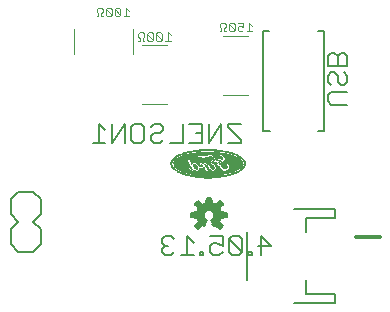
<source format=gbo>
G75*
G70*
%OFA0B0*%
%FSLAX24Y24*%
%IPPOS*%
%LPD*%
%AMOC8*
5,1,8,0,0,1.08239X$1,22.5*
%
%ADD10C,0.0060*%
%ADD11R,0.0240X0.0010*%
%ADD12R,0.0550X0.0010*%
%ADD13R,0.0710X0.0010*%
%ADD14R,0.0860X0.0010*%
%ADD15R,0.1010X0.0010*%
%ADD16R,0.0450X0.0010*%
%ADD17R,0.0340X0.0010*%
%ADD18R,0.0300X0.0010*%
%ADD19R,0.0310X0.0010*%
%ADD20R,0.0270X0.0010*%
%ADD21R,0.0250X0.0010*%
%ADD22R,0.0540X0.0010*%
%ADD23R,0.0210X0.0010*%
%ADD24R,0.0690X0.0010*%
%ADD25R,0.0170X0.0010*%
%ADD26R,0.0830X0.0010*%
%ADD27R,0.0180X0.0010*%
%ADD28R,0.0150X0.0010*%
%ADD29R,0.0970X0.0010*%
%ADD30R,0.0160X0.0010*%
%ADD31R,0.1100X0.0010*%
%ADD32R,0.1230X0.0010*%
%ADD33R,0.0140X0.0010*%
%ADD34R,0.1330X0.0010*%
%ADD35R,0.1390X0.0010*%
%ADD36R,0.0130X0.0010*%
%ADD37R,0.1470X0.0010*%
%ADD38R,0.0120X0.0010*%
%ADD39R,0.1560X0.0010*%
%ADD40R,0.0110X0.0010*%
%ADD41R,0.1610X0.0010*%
%ADD42R,0.0100X0.0010*%
%ADD43R,0.1670X0.0010*%
%ADD44R,0.1720X0.0010*%
%ADD45R,0.1770X0.0010*%
%ADD46R,0.0090X0.0010*%
%ADD47R,0.1810X0.0010*%
%ADD48R,0.0080X0.0010*%
%ADD49R,0.0260X0.0010*%
%ADD50R,0.0400X0.0010*%
%ADD51R,0.0230X0.0010*%
%ADD52R,0.0050X0.0010*%
%ADD53R,0.0070X0.0010*%
%ADD54R,0.0320X0.0010*%
%ADD55R,0.0010X0.0010*%
%ADD56R,0.0040X0.0010*%
%ADD57R,0.0330X0.0010*%
%ADD58R,0.0020X0.0010*%
%ADD59R,0.0200X0.0010*%
%ADD60R,0.0030X0.0010*%
%ADD61R,0.0410X0.0010*%
%ADD62R,0.0060X0.0010*%
%ADD63R,0.0420X0.0010*%
%ADD64R,0.0360X0.0010*%
%ADD65R,0.0370X0.0010*%
%ADD66R,0.0380X0.0010*%
%ADD67R,0.0430X0.0010*%
%ADD68R,0.0390X0.0010*%
%ADD69R,0.0440X0.0010*%
%ADD70R,0.0190X0.0010*%
%ADD71R,0.0560X0.0010*%
%ADD72R,0.0220X0.0010*%
%ADD73R,0.0460X0.0010*%
%ADD74R,0.0470X0.0010*%
%ADD75R,0.0490X0.0010*%
%ADD76R,0.0500X0.0010*%
%ADD77R,0.0510X0.0010*%
%ADD78R,0.0520X0.0010*%
%ADD79R,0.0530X0.0010*%
%ADD80R,0.0750X0.0010*%
%ADD81R,0.0740X0.0010*%
%ADD82R,0.0730X0.0010*%
%ADD83R,0.0840X0.0010*%
%ADD84R,0.0670X0.0010*%
%ADD85R,0.0650X0.0010*%
%ADD86R,0.0480X0.0010*%
%ADD87R,0.0620X0.0010*%
%ADD88R,0.0700X0.0010*%
%ADD89R,0.0610X0.0010*%
%ADD90R,0.0590X0.0010*%
%ADD91R,0.0580X0.0010*%
%ADD92R,0.1140X0.0010*%
%ADD93R,0.1130X0.0010*%
%ADD94R,0.1200X0.0010*%
%ADD95R,0.0780X0.0010*%
%ADD96R,0.0290X0.0010*%
%ADD97R,0.0640X0.0010*%
%ADD98R,0.0570X0.0010*%
%ADD99R,0.0280X0.0010*%
%ADD100R,0.0350X0.0010*%
%ADD101R,0.0850X0.0010*%
%ADD102R,0.0880X0.0010*%
%ADD103R,0.0900X0.0010*%
%ADD104R,0.1240X0.0010*%
%ADD105R,0.1110X0.0010*%
%ADD106R,0.0870X0.0010*%
%ADD107R,0.0720X0.0010*%
%ADD108C,0.0030*%
%ADD109C,0.0059*%
%ADD110C,0.0080*%
%ADD111C,0.0120*%
%ADD112C,0.0050*%
%ADD113C,0.0040*%
D10*
X025834Y025383D02*
X025941Y025276D01*
X026155Y025276D01*
X026261Y025383D01*
X026479Y025276D02*
X026906Y025276D01*
X026692Y025276D02*
X026692Y025917D01*
X026906Y025703D01*
X027121Y025383D02*
X027121Y025276D01*
X027228Y025276D01*
X027228Y025383D01*
X027121Y025383D01*
X027446Y025383D02*
X027552Y025276D01*
X027766Y025276D01*
X027873Y025383D01*
X027873Y025596D02*
X027659Y025703D01*
X027552Y025703D01*
X027446Y025596D01*
X027446Y025383D01*
X027873Y025596D02*
X027873Y025917D01*
X027446Y025917D01*
X028090Y025810D02*
X028090Y025383D01*
X028197Y025276D01*
X028410Y025276D01*
X028517Y025383D01*
X028090Y025810D01*
X028197Y025917D01*
X028410Y025917D01*
X028517Y025810D01*
X028517Y025383D01*
X028733Y025383D02*
X028733Y025276D01*
X028839Y025276D01*
X028839Y025383D01*
X028733Y025383D01*
X029057Y025596D02*
X029484Y025596D01*
X029164Y025917D01*
X029164Y025276D01*
X026261Y025810D02*
X026155Y025917D01*
X025941Y025917D01*
X025834Y025810D01*
X025834Y025703D01*
X025941Y025596D01*
X025834Y025489D01*
X025834Y025383D01*
X025941Y025596D02*
X026048Y025596D01*
X026113Y029026D02*
X026540Y029026D01*
X026540Y029667D01*
X026758Y029667D02*
X027185Y029667D01*
X027185Y029026D01*
X026758Y029026D01*
X026971Y029346D02*
X027185Y029346D01*
X027402Y029026D02*
X027402Y029667D01*
X027829Y029667D02*
X027402Y029026D01*
X027829Y029026D02*
X027829Y029667D01*
X028047Y029667D02*
X028047Y029560D01*
X028474Y029133D01*
X028474Y029026D01*
X028047Y029026D01*
X028047Y029667D02*
X028474Y029667D01*
X025896Y029560D02*
X025896Y029453D01*
X025789Y029346D01*
X025576Y029346D01*
X025469Y029239D01*
X025469Y029133D01*
X025576Y029026D01*
X025789Y029026D01*
X025896Y029133D01*
X025896Y029560D02*
X025789Y029667D01*
X025576Y029667D01*
X025469Y029560D01*
X025251Y029560D02*
X025251Y029133D01*
X025145Y029026D01*
X024931Y029026D01*
X024824Y029133D01*
X024824Y029560D01*
X024931Y029667D01*
X025145Y029667D01*
X025251Y029560D01*
X024607Y029667D02*
X024607Y029026D01*
X024180Y029026D02*
X024180Y029667D01*
X023962Y029453D02*
X023749Y029667D01*
X023749Y029026D01*
X023962Y029026D02*
X023535Y029026D01*
X024180Y029026D02*
X024607Y029667D01*
X031380Y030407D02*
X031380Y030620D01*
X031487Y030727D01*
X032021Y030727D01*
X031914Y030945D02*
X031807Y030945D01*
X031700Y031051D01*
X031700Y031265D01*
X031594Y031372D01*
X031487Y031372D01*
X031380Y031265D01*
X031380Y031051D01*
X031487Y030945D01*
X031914Y030945D02*
X032021Y031051D01*
X032021Y031265D01*
X031914Y031372D01*
X032021Y031589D02*
X032021Y031909D01*
X031914Y032016D01*
X031807Y032016D01*
X031700Y031909D01*
X031700Y031589D01*
X031380Y031589D02*
X031380Y031909D01*
X031487Y032016D01*
X031594Y032016D01*
X031700Y031909D01*
X031380Y031589D02*
X032021Y031589D01*
X032021Y030300D02*
X031487Y030300D01*
X031380Y030407D01*
D11*
X027899Y028276D03*
X027889Y028286D03*
X027389Y027836D03*
D12*
X027394Y027846D03*
X026514Y028266D03*
X026504Y028286D03*
X026504Y028296D03*
X027394Y028696D03*
D13*
X027394Y027856D03*
D14*
X027389Y027866D03*
D15*
X027394Y027876D03*
X027394Y028746D03*
D16*
X026814Y028596D03*
X026484Y028406D03*
X026494Y028206D03*
X027044Y027886D03*
X027734Y027886D03*
X028314Y028246D03*
X028164Y028516D03*
D17*
X027959Y028616D03*
X028249Y028126D03*
X027839Y027896D03*
X026939Y027896D03*
D18*
X027749Y028076D03*
X027899Y027906D03*
X027719Y028536D03*
X027709Y028546D03*
D19*
X028164Y028076D03*
X028184Y028086D03*
X026884Y027906D03*
D20*
X026824Y027916D03*
X027954Y027916D03*
D21*
X028014Y027926D03*
X027754Y028086D03*
X027394Y028786D03*
X026764Y027926D03*
D22*
X026499Y028306D03*
X026769Y028566D03*
X027389Y027926D03*
X028219Y028436D03*
X028289Y028326D03*
D23*
X027924Y028236D03*
X027864Y028306D03*
X027854Y028316D03*
X027854Y028326D03*
X027744Y028096D03*
X028064Y027936D03*
X027194Y028096D03*
X027194Y028106D03*
X026714Y027936D03*
X026784Y028706D03*
X027994Y028706D03*
D24*
X027394Y028686D03*
X027114Y028446D03*
X027114Y028436D03*
X027124Y028426D03*
X027124Y028416D03*
X026754Y028526D03*
X027394Y027936D03*
D25*
X027194Y028136D03*
X027194Y028146D03*
X027204Y028586D03*
X026664Y028676D03*
X027944Y028196D03*
X028114Y027946D03*
X028114Y028676D03*
D26*
X027394Y028676D03*
X027394Y027946D03*
D27*
X027199Y028126D03*
X026669Y027946D03*
D28*
X026594Y027966D03*
X026964Y028216D03*
X026594Y028656D03*
X027454Y028526D03*
X027584Y028366D03*
X028154Y028666D03*
X028184Y028656D03*
X028214Y028646D03*
X028244Y028636D03*
X028244Y027986D03*
X028214Y027976D03*
X028184Y027966D03*
X028154Y027956D03*
D29*
X027394Y027956D03*
X027394Y028666D03*
D30*
X027189Y028156D03*
X026629Y027956D03*
X026629Y028666D03*
D31*
X027389Y027966D03*
D32*
X027394Y027976D03*
D33*
X027459Y028076D03*
X027529Y028196D03*
X027519Y028206D03*
X027519Y028216D03*
X027519Y028226D03*
X027599Y028336D03*
X027949Y028186D03*
X028269Y027996D03*
X028289Y028006D03*
X026979Y028186D03*
X026969Y028206D03*
X026959Y028226D03*
X026959Y028236D03*
X026569Y027976D03*
X026539Y027986D03*
X026539Y028636D03*
X026569Y028646D03*
D34*
X027394Y028636D03*
X027394Y027986D03*
D35*
X027394Y027996D03*
D36*
X027444Y028086D03*
X027534Y028176D03*
X027534Y028186D03*
X027514Y028236D03*
X027504Y028246D03*
X027504Y028256D03*
X027614Y028326D03*
X027784Y028106D03*
X028274Y028626D03*
X027044Y028336D03*
X026954Y028246D03*
X026974Y028196D03*
X026984Y028176D03*
X026514Y027996D03*
X026494Y028006D03*
D37*
X027394Y028006D03*
D38*
X027539Y028166D03*
X027499Y028266D03*
X027629Y028316D03*
X027729Y028166D03*
X027779Y028116D03*
X027959Y028176D03*
X027819Y028486D03*
X027819Y028496D03*
X027819Y028506D03*
X027669Y028506D03*
X027139Y028246D03*
X026989Y028166D03*
X026949Y028256D03*
X026939Y028266D03*
X026469Y028016D03*
X026449Y028026D03*
X026509Y028626D03*
X028309Y028016D03*
D39*
X027389Y028016D03*
D40*
X027434Y028096D03*
X027424Y028106D03*
X027544Y028156D03*
X027694Y028226D03*
X027704Y028206D03*
X027714Y028196D03*
X027724Y028176D03*
X027734Y028156D03*
X027744Y028146D03*
X027634Y028306D03*
X027734Y028406D03*
X027684Y028476D03*
X027674Y028496D03*
X027824Y028476D03*
X027464Y028536D03*
X027374Y028336D03*
X027144Y028236D03*
X026994Y028156D03*
X028334Y028026D03*
X028304Y028616D03*
D41*
X027394Y028026D03*
D42*
X027549Y028146D03*
X027499Y028276D03*
X027649Y028296D03*
X027659Y028286D03*
X027669Y028266D03*
X027689Y028236D03*
X027699Y028216D03*
X027719Y028186D03*
X027759Y028136D03*
X027769Y028126D03*
X027959Y028166D03*
X027719Y028426D03*
X027709Y028436D03*
X027699Y028446D03*
X027689Y028456D03*
X027689Y028466D03*
X027679Y028486D03*
X027149Y028226D03*
X027049Y028326D03*
X026939Y028276D03*
X026959Y028076D03*
X026429Y028036D03*
X026409Y028046D03*
X026359Y028556D03*
X026379Y028566D03*
X026399Y028576D03*
X026419Y028586D03*
X026439Y028596D03*
X026459Y028606D03*
X026479Y028616D03*
X028329Y028606D03*
X028409Y028566D03*
X028429Y028556D03*
X028399Y028056D03*
X028379Y028046D03*
X028359Y028036D03*
D43*
X027394Y028036D03*
D44*
X027389Y028046D03*
D45*
X027394Y028056D03*
D46*
X027414Y028116D03*
X027404Y028126D03*
X027394Y028136D03*
X027394Y028146D03*
X027384Y028156D03*
X027374Y028326D03*
X027664Y028276D03*
X027674Y028256D03*
X027684Y028246D03*
X027724Y028416D03*
X027834Y028466D03*
X028344Y028596D03*
X028364Y028586D03*
X028384Y028576D03*
X028444Y028546D03*
X028434Y028076D03*
X028414Y028066D03*
X027004Y028146D03*
X026934Y028286D03*
X026384Y028056D03*
D47*
X027394Y028066D03*
D48*
X027379Y028166D03*
X027369Y028176D03*
X027359Y028186D03*
X027359Y028196D03*
X027349Y028206D03*
X027489Y028286D03*
X027579Y028416D03*
X027769Y028396D03*
X027839Y028456D03*
X027549Y028136D03*
X027049Y028316D03*
X027009Y028136D03*
X026799Y028186D03*
X026799Y028196D03*
X026789Y028206D03*
X026369Y028066D03*
X026349Y028076D03*
X026299Y028106D03*
X026319Y028536D03*
X026339Y028546D03*
X028459Y028536D03*
X028479Y028106D03*
X028469Y028096D03*
X028449Y028086D03*
D49*
X027879Y028726D03*
X027419Y028506D03*
X027179Y028076D03*
X026899Y028726D03*
D50*
X026489Y028436D03*
X026599Y028106D03*
X026619Y028096D03*
X026639Y028086D03*
X026659Y028076D03*
D51*
X027194Y028086D03*
X027874Y028296D03*
X027904Y028266D03*
X027934Y028716D03*
X026844Y028716D03*
D52*
X027064Y028286D03*
X027074Y028276D03*
X027234Y028176D03*
X027324Y028246D03*
X027314Y028266D03*
X027384Y028296D03*
X027554Y028466D03*
X027544Y028476D03*
X027814Y028376D03*
X028584Y028416D03*
X028594Y028396D03*
X028604Y028376D03*
X028604Y028366D03*
X028614Y028346D03*
X028614Y028336D03*
X028614Y028296D03*
X028614Y028286D03*
X028614Y028276D03*
X028604Y028256D03*
X028604Y028246D03*
X028594Y028226D03*
X028584Y028206D03*
X026944Y028086D03*
X026194Y028206D03*
X026184Y028226D03*
X026174Y028246D03*
X026174Y028256D03*
X026164Y028276D03*
X026164Y028286D03*
X026164Y028296D03*
X026164Y028306D03*
X026164Y028316D03*
X026164Y028326D03*
X026164Y028336D03*
X026164Y028346D03*
X026174Y028366D03*
X026174Y028376D03*
X026184Y028396D03*
X026194Y028416D03*
D53*
X026304Y028526D03*
X026274Y028126D03*
X026284Y028116D03*
X026314Y028096D03*
X026334Y028086D03*
X026814Y028176D03*
X027054Y028306D03*
X027154Y028216D03*
X027224Y028166D03*
X027334Y028226D03*
X027344Y028216D03*
X027374Y028316D03*
X027554Y028376D03*
X027574Y028426D03*
X027464Y028546D03*
X028474Y028526D03*
X028504Y028126D03*
X028494Y028116D03*
D54*
X028219Y028106D03*
X028199Y028096D03*
X027229Y028596D03*
D55*
X027214Y028306D03*
X027184Y028276D03*
X027394Y028266D03*
X027464Y028316D03*
X027464Y028326D03*
X027614Y028406D03*
X027654Y028126D03*
X026934Y028096D03*
X026854Y028296D03*
X026854Y028306D03*
D56*
X026859Y028326D03*
X026839Y028136D03*
X027079Y028266D03*
X027089Y028256D03*
X027299Y028276D03*
X027499Y028426D03*
X027499Y028436D03*
X027499Y028446D03*
X027469Y028556D03*
X027669Y028596D03*
X027849Y028446D03*
X027739Y028356D03*
X027669Y028106D03*
X027969Y028156D03*
X028619Y028306D03*
X028619Y028316D03*
X028619Y028326D03*
D57*
X028234Y028116D03*
D58*
X027659Y028116D03*
X027389Y028276D03*
X027239Y028196D03*
X027189Y028266D03*
X027209Y028316D03*
X027119Y028166D03*
X027489Y028466D03*
D59*
X027199Y028116D03*
X027929Y028216D03*
X027929Y028226D03*
X028039Y028696D03*
X026739Y028696D03*
D60*
X026854Y028316D03*
X026854Y028126D03*
X027014Y028116D03*
X027154Y028206D03*
X027184Y028256D03*
X027204Y028326D03*
X027294Y028286D03*
X027384Y028286D03*
X027474Y028306D03*
X027464Y028336D03*
X027504Y028416D03*
X027494Y028456D03*
X027234Y028186D03*
D61*
X026584Y028116D03*
X028124Y028546D03*
X028304Y028196D03*
D62*
X028519Y028136D03*
X028529Y028146D03*
X028539Y028156D03*
X028549Y028166D03*
X028559Y028176D03*
X028569Y028186D03*
X028579Y028196D03*
X028589Y028216D03*
X028599Y028236D03*
X028609Y028266D03*
X028609Y028356D03*
X028599Y028386D03*
X028589Y028406D03*
X028579Y028426D03*
X028569Y028436D03*
X028559Y028446D03*
X028549Y028456D03*
X028539Y028466D03*
X028529Y028476D03*
X028519Y028486D03*
X028509Y028496D03*
X028499Y028506D03*
X028489Y028516D03*
X027789Y028386D03*
X027759Y028346D03*
X027769Y028336D03*
X027569Y028436D03*
X027569Y028446D03*
X027559Y028456D03*
X027539Y028486D03*
X027479Y028296D03*
X027379Y028306D03*
X027319Y028256D03*
X027329Y028236D03*
X027209Y028336D03*
X027059Y028296D03*
X026929Y028296D03*
X026859Y028336D03*
X026819Y028166D03*
X026829Y028156D03*
X026829Y028146D03*
X027009Y028126D03*
X027549Y028126D03*
X026259Y028136D03*
X026249Y028146D03*
X026239Y028156D03*
X026229Y028166D03*
X026219Y028176D03*
X026209Y028186D03*
X026199Y028196D03*
X026189Y028216D03*
X026179Y028236D03*
X026169Y028266D03*
X026169Y028356D03*
X026179Y028386D03*
X026189Y028406D03*
X026199Y028426D03*
X026209Y028436D03*
X026219Y028446D03*
X026229Y028456D03*
X026239Y028466D03*
X026249Y028476D03*
X026259Y028486D03*
X026269Y028496D03*
X026279Y028506D03*
X026289Y028516D03*
D63*
X026489Y028426D03*
X026539Y028146D03*
X026559Y028136D03*
X026569Y028126D03*
X028139Y028536D03*
X028309Y028216D03*
X028309Y028206D03*
D64*
X028259Y028136D03*
X028069Y028576D03*
X027909Y028626D03*
X026999Y028736D03*
D65*
X026494Y028456D03*
X027784Y028736D03*
X028274Y028146D03*
D66*
X028279Y028156D03*
X028289Y028166D03*
X028289Y028176D03*
X028089Y028566D03*
X027479Y028346D03*
D67*
X027034Y028346D03*
X026534Y028156D03*
X026524Y028166D03*
X026514Y028176D03*
X026484Y028416D03*
X028314Y028226D03*
D68*
X028294Y028186D03*
X028104Y028556D03*
X026494Y028446D03*
D69*
X026499Y028196D03*
X026509Y028186D03*
X028149Y028526D03*
X028309Y028236D03*
D70*
X027934Y028206D03*
X027684Y028586D03*
X028074Y028686D03*
X026704Y028686D03*
D71*
X026509Y028276D03*
X026519Y028256D03*
X026529Y028246D03*
X026529Y028236D03*
X026539Y028226D03*
X026539Y028216D03*
X028229Y028426D03*
D72*
X027919Y028246D03*
X027909Y028256D03*
X027429Y028516D03*
D73*
X026489Y028396D03*
X028179Y028506D03*
X028319Y028256D03*
D74*
X028314Y028266D03*
X026484Y028386D03*
D75*
X026484Y028366D03*
X028194Y028486D03*
X028314Y028276D03*
D76*
X028309Y028286D03*
X026489Y028356D03*
D77*
X026784Y028576D03*
X028204Y028476D03*
X028304Y028296D03*
D78*
X028299Y028306D03*
X028209Y028466D03*
X026489Y028346D03*
X026489Y028336D03*
D79*
X026494Y028326D03*
X026494Y028316D03*
X028214Y028446D03*
X028214Y028456D03*
X028294Y028316D03*
D80*
X028184Y028336D03*
X028174Y028366D03*
D81*
X028189Y028346D03*
D82*
X028184Y028356D03*
X026754Y028516D03*
D83*
X027239Y028356D03*
D84*
X027144Y028366D03*
X027144Y028376D03*
D85*
X028214Y028376D03*
D86*
X028189Y028496D03*
X026799Y028586D03*
X026489Y028376D03*
D87*
X028219Y028386D03*
D88*
X027149Y028386D03*
X027149Y028396D03*
X027139Y028406D03*
X027109Y028456D03*
D89*
X026764Y028546D03*
X028224Y028396D03*
D90*
X028224Y028406D03*
D91*
X028229Y028416D03*
D92*
X026889Y028466D03*
D93*
X026894Y028476D03*
X026914Y028486D03*
D94*
X026959Y028496D03*
D95*
X026769Y028506D03*
D96*
X027694Y028556D03*
X027724Y028526D03*
X027734Y028516D03*
D97*
X026759Y028536D03*
D98*
X026764Y028556D03*
X027394Y028776D03*
D99*
X027659Y028576D03*
X027679Y028566D03*
D100*
X027994Y028606D03*
X028024Y028596D03*
X028054Y028586D03*
D101*
X027034Y028606D03*
D102*
X027089Y028616D03*
D103*
X027149Y028626D03*
D104*
X027389Y028646D03*
D105*
X027394Y028656D03*
D106*
X027394Y028756D03*
D107*
X027389Y028766D03*
D108*
X026138Y032419D02*
X025944Y032419D01*
X026041Y032419D02*
X026041Y032709D01*
X026138Y032613D01*
X025843Y032661D02*
X025843Y032467D01*
X025649Y032661D01*
X025649Y032467D01*
X025698Y032419D01*
X025795Y032419D01*
X025843Y032467D01*
X025843Y032661D02*
X025795Y032709D01*
X025698Y032709D01*
X025649Y032661D01*
X025548Y032661D02*
X025548Y032467D01*
X025355Y032661D01*
X025355Y032467D01*
X025403Y032419D01*
X025500Y032419D01*
X025548Y032467D01*
X025548Y032661D02*
X025500Y032709D01*
X025403Y032709D01*
X025355Y032661D01*
X025254Y032661D02*
X025205Y032709D01*
X025109Y032709D01*
X025060Y032661D01*
X025060Y032564D01*
X025109Y032516D01*
X025109Y032419D01*
X025060Y032419D01*
X025205Y032419D02*
X025205Y032516D01*
X025254Y032564D01*
X025254Y032661D01*
X025254Y032419D02*
X025205Y032419D01*
X024761Y033241D02*
X024567Y033241D01*
X024664Y033241D02*
X024664Y033531D01*
X024761Y033434D01*
X024466Y033483D02*
X024418Y033531D01*
X024321Y033531D01*
X024273Y033483D01*
X024466Y033289D01*
X024418Y033241D01*
X024321Y033241D01*
X024273Y033289D01*
X024273Y033483D01*
X024172Y033483D02*
X024123Y033531D01*
X024027Y033531D01*
X023978Y033483D01*
X024172Y033289D01*
X024123Y033241D01*
X024027Y033241D01*
X023978Y033289D01*
X023978Y033483D01*
X023877Y033483D02*
X023829Y033531D01*
X023732Y033531D01*
X023684Y033483D01*
X023684Y033386D01*
X023732Y033338D01*
X023732Y033241D01*
X023684Y033241D01*
X023829Y033241D02*
X023829Y033338D01*
X023877Y033386D01*
X023877Y033483D01*
X023877Y033241D02*
X023829Y033241D01*
X024172Y033289D02*
X024172Y033483D01*
X024466Y033483D02*
X024466Y033289D01*
X027784Y032983D02*
X027784Y032886D01*
X027832Y032838D01*
X027832Y032741D01*
X027784Y032741D01*
X027929Y032741D02*
X027929Y032838D01*
X027977Y032886D01*
X027977Y032983D01*
X027929Y033031D01*
X027832Y033031D01*
X027784Y032983D01*
X027929Y032741D02*
X027977Y032741D01*
X028078Y032789D02*
X028127Y032741D01*
X028223Y032741D01*
X028272Y032789D01*
X028078Y032983D01*
X028078Y032789D01*
X028272Y032789D02*
X028272Y032983D01*
X028223Y033031D01*
X028127Y033031D01*
X028078Y032983D01*
X028373Y033031D02*
X028566Y033031D01*
X028566Y032886D01*
X028470Y032934D01*
X028421Y032934D01*
X028373Y032886D01*
X028373Y032789D01*
X028421Y032741D01*
X028518Y032741D01*
X028566Y032789D01*
X028667Y032741D02*
X028861Y032741D01*
X028764Y032741D02*
X028764Y033031D01*
X028861Y032934D01*
D109*
X027486Y027202D02*
X027342Y027202D01*
X027323Y027012D01*
X027259Y026991D01*
X027199Y026960D01*
X027050Y027081D01*
X026949Y026980D01*
X027070Y026831D01*
X027039Y026771D01*
X027018Y026707D01*
X026828Y026688D01*
X026828Y026544D01*
X027018Y026525D01*
X027039Y026461D01*
X027070Y026401D01*
X026949Y026252D01*
X027050Y026151D01*
X027199Y026272D01*
X027259Y026241D01*
X027343Y026445D01*
X027305Y026467D01*
X027273Y026497D01*
X027249Y026534D01*
X027234Y026576D01*
X027230Y026620D01*
X027236Y026664D01*
X027252Y026705D01*
X027278Y026741D01*
X027312Y026769D01*
X027351Y026789D01*
X027394Y026799D01*
X027438Y026799D01*
X027481Y026788D01*
X027520Y026767D01*
X027553Y026738D01*
X027578Y026701D01*
X027593Y026660D01*
X027599Y026616D01*
X027593Y026573D01*
X027578Y026532D01*
X027554Y026496D01*
X027523Y026467D01*
X027485Y026445D01*
X027569Y026241D01*
X027629Y026272D01*
X027778Y026151D01*
X027879Y026252D01*
X027758Y026401D01*
X027789Y026461D01*
X027810Y026525D01*
X028000Y026544D01*
X028000Y026688D01*
X027810Y026707D01*
X027789Y026771D01*
X027758Y026831D01*
X027879Y026980D01*
X027778Y027081D01*
X027629Y026960D01*
X027569Y026991D01*
X027505Y027012D01*
X027486Y027202D01*
X027487Y027194D02*
X027341Y027194D01*
X027335Y027137D02*
X027493Y027137D01*
X027498Y027079D02*
X027330Y027079D01*
X027324Y027022D02*
X027504Y027022D01*
X027622Y026964D02*
X027206Y026964D01*
X027194Y026964D02*
X026961Y026964D01*
X026991Y027022D02*
X027124Y027022D01*
X027053Y027079D02*
X027048Y027079D01*
X027008Y026907D02*
X027820Y026907D01*
X027867Y026964D02*
X027634Y026964D01*
X027705Y027022D02*
X027837Y027022D01*
X027780Y027079D02*
X027775Y027079D01*
X027773Y026849D02*
X027055Y026849D01*
X027049Y026792D02*
X027360Y026792D01*
X027273Y026734D02*
X027027Y026734D01*
X026828Y026676D02*
X027241Y026676D01*
X027230Y026619D02*
X026828Y026619D01*
X026828Y026561D02*
X027239Y026561D01*
X027268Y026504D02*
X027025Y026504D01*
X027046Y026446D02*
X027342Y026446D01*
X027320Y026389D02*
X027060Y026389D01*
X027013Y026331D02*
X027296Y026331D01*
X027272Y026274D02*
X026966Y026274D01*
X026985Y026216D02*
X027131Y026216D01*
X027060Y026158D02*
X027043Y026158D01*
X027532Y026331D02*
X027815Y026331D01*
X027768Y026389D02*
X027508Y026389D01*
X027486Y026446D02*
X027782Y026446D01*
X027803Y026504D02*
X027559Y026504D01*
X027589Y026561D02*
X028000Y026561D01*
X028000Y026619D02*
X027598Y026619D01*
X027587Y026676D02*
X028000Y026676D01*
X027801Y026734D02*
X027555Y026734D01*
X027467Y026792D02*
X027779Y026792D01*
X027862Y026274D02*
X027556Y026274D01*
X027697Y026216D02*
X027843Y026216D01*
X027785Y026158D02*
X027768Y026158D01*
D110*
X030244Y023675D02*
X031622Y023675D01*
X031622Y023990D01*
X030637Y023990D01*
X030637Y024463D01*
X030637Y026037D02*
X030637Y026510D01*
X031622Y026510D01*
X031622Y026825D01*
X030244Y026825D01*
X028669Y026037D02*
X028669Y024463D01*
X021800Y025650D02*
X021550Y025400D01*
X021050Y025400D01*
X020800Y025650D01*
X020800Y026150D01*
X021050Y026400D01*
X020800Y026650D01*
X020800Y027150D01*
X021050Y027400D01*
X021550Y027400D01*
X021800Y027150D01*
X021800Y026650D01*
X021550Y026400D01*
X021800Y026150D01*
X021800Y025650D01*
D111*
X032300Y025900D02*
X033100Y025900D01*
D112*
X031234Y029416D02*
X031037Y029416D01*
X031234Y029416D02*
X031234Y032763D01*
X031037Y032763D01*
X029423Y032763D02*
X029226Y032763D01*
X029226Y029416D01*
X029463Y029416D01*
D113*
X028713Y030626D02*
X027887Y030626D01*
X026013Y030326D02*
X025187Y030326D01*
X024874Y031987D02*
X024874Y032813D01*
X025187Y032274D02*
X026013Y032274D01*
X027887Y032574D02*
X028713Y032574D01*
X022926Y032813D02*
X022926Y031987D01*
M02*

</source>
